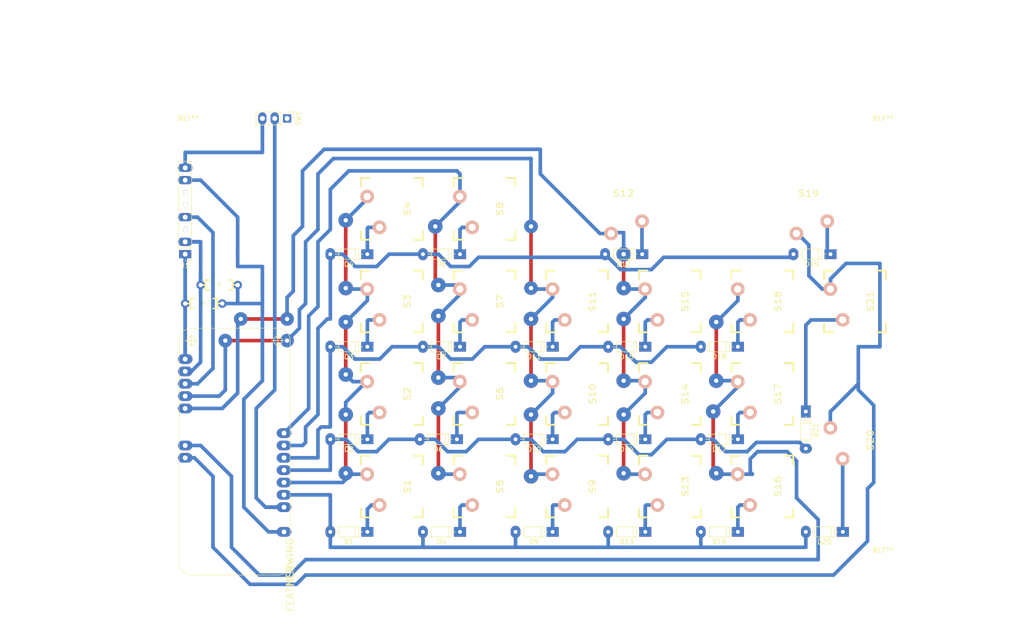
<source format=kicad_pcb>
(kicad_pcb (version 4) (host pcbnew 4.0.7)
  (title_block (title GH60) (rev B) (company "geekhack GH60 design team"))
  (layers (0 Front signal) (31 Back jumper) (44 Edge.Cuts user))
  (net 0 "")
  (net 1 GND)
  (net 2 /col1)
  (net 3 /col2)
  (net 4 /col3)
  (net 5 /col4)
  (net 6 /row1)
  (net 7 /row2)
  (net 8 /row3)
  (net 9 /row4)
  (net 10 /row5)
  (net 11 /row6)
  (net 12 /SDA)
  (net 13 /SCL)
  (net 14 VCC)
  (net 15 /~RES~)
  (net 16 "Net-(D1-Pad1)")
  (net 17 "Net-(D2-Pad1)")
  (net 18 "Net-(D3-Pad1)")
  (net 19 "Net-(D4-Pad1)")
  (net 20 "Net-(D5-Pad1)")
  (net 21 "Net-(D6-Pad1)")
  (net 22 "Net-(D7-Pad1)")
  (net 23 "Net-(D8-Pad1)")
  (net 24 "Net-(D9-Pad1)")
  (net 25 "Net-(D10-Pad1)")
  (net 26 "Net-(D11-Pad1)")
  (net 27 "Net-(D12-Pad1)")
  (net 28 "Net-(D13-Pad1)")
  (net 29 "Net-(D14-Pad1)")
  (net 30 "Net-(D15-Pad1)")
  (net 31 "Net-(D16-Pad1)")
  (net 32 "Net-(D17-Pad1)")
  (net 33 "Net-(D18-Pad1)")
  (net 34 "Net-(D19-Pad1)")
  (net 35 "Net-(D20-Pad1)")
  (net 36 "Net-(D21-Pad1)")
  (net 37 "Net-(J1-Pad8)")
  (module Mounting_Holes:MountingHole_2.2mm_M2 (layer Front) (at 115.291 102.993)
    (fp_text reference REF** (at 0 -3.2) (layer F.SilkS))
    (fp_text value MountingHole_2.2mm_M2)
    (pad 1 np_thru_hole circle (at 0 0) (size 2.2 2.2) (drill 2.2) (layers *.Cu *.Mask))
  )
  (module Mounting_Holes:MountingHole_2.2mm_M2 (layer Front) (at 258.166 102.993)
    (fp_text reference REF** (at 0 -3.2) (layer F.SilkS))
    (fp_text value MountingHole_2.2mm_M2)
    (pad 1 np_thru_hole circle (at 0 0) (size 2.2 2.2) (drill 2.2) (layers *.Cu *.Mask))
  )
  (module Mounting_Holes:MountingHole_2.2mm_M2 (layer Front) (at 258.166 191.893)
    (fp_text reference REF** (at 0 -3.2) (layer F.SilkS))
    (fp_text value MountingHole_2.2mm_M2)
    (pad 1 np_thru_hole circle (at 0 0) (size 2.2 2.2) (drill 2.2) (layers *.Cu *.Mask))
  )
  (module adafruit:FEATHERWING (layer Front) (at 136.246 193.798 90)
    (fp_text reference MS1 (at 0 0 90) (layer F.SilkS))
    (fp_text value FEATHERWING (at 0 0 90) (layer F.SilkS))
    (pad "" np_thru_hole circle (at 6.35 -1.27 90) (size 1 1) (drill 1) (layers *.Cu *.Mask))
    (pad 2 thru_hole oval (at 8.89 -1.27 90) (size 2 3) (drill 0.99822) (layers *.Cu *.Paste *.Mask) (net 14 VCC))
    (pad "" np_thru_hole circle (at 11.43 -1.27 90) (size 1 1) (drill 1) (layers *.Cu *.Mask))
    (pad 4 thru_hole oval (at 13.97 -1.27 90) (size 2 3) (drill 0.99822) (layers *.Cu *.Paste *.Mask) (net 1 GND))
    (pad 5 thru_hole oval (at 16.51 -1.27 90) (size 2 3) (drill 0.99822) (layers *.Cu *.Paste *.Mask) (net 2 /col1))
    (pad 6 thru_hole oval (at 19.05 -1.27 90) (size 2 3) (drill 0.99822) (layers *.Cu *.Paste *.Mask) (net 6 /row1))
    (pad 7 thru_hole oval (at 21.59 -1.27 90) (size 2 3) (drill 0.99822) (layers *.Cu *.Paste *.Mask) (net 3 /col2))
    (pad 8 thru_hole oval (at 24.13 -1.27 90) (size 2 3) (drill 0.99822) (layers *.Cu *.Paste *.Mask) (net 4 /col3))
    (pad 9 thru_hole oval (at 26.67 -1.27 90) (size 2 3) (drill 0.99822) (layers *.Cu *.Paste *.Mask) (net 5 /col4))
    (pad 10 thru_hole oval (at 29.21 -1.27 90) (size 2 3) (drill 0.99822) (layers *.Cu *.Paste *.Mask) (net 7 /row2))
    (pad "" np_thru_hole circle (at 31.75 -1.27 90) (size 1 1) (drill 1) (layers *.Cu *.Mask))
    (pad "" np_thru_hole circle (at 34.29 -1.27 90) (size 1 1) (drill 1) (layers *.Cu *.Mask))
    (pad "" np_thru_hole circle (at 36.83 -1.27 90) (size 1 1) (drill 1) (layers *.Cu *.Mask))
    (pad "" np_thru_hole circle (at 39.37 -1.27 90) (size 1 1) (drill 1) (layers *.Cu *.Mask))
    (pad "" np_thru_hole circle (at 41.91 -1.27 90) (size 1 1) (drill 1) (layers *.Cu *.Mask))
    (pad "" np_thru_hole circle (at 44.45 -1.27 90) (size 1 1) (drill 1) (layers *.Cu *.Mask))
    (pad 17 thru_hole oval (at 44.45 -21.59 90) (size 2 3) (drill 0.99822) (layers *.Cu *.Paste *.Mask) (net 12 /SDA))
    (pad 18 thru_hole oval (at 41.91 -21.59 90) (size 2 3) (drill 0.99822) (layers *.Cu *.Paste *.Mask) (net 13 /SCL))
    (pad 19 thru_hole oval (at 39.37 -21.59 90) (size 2 3) (drill 0.99822) (layers *.Cu *.Paste *.Mask) (net 15 /~RES~))
    (pad 20 thru_hole oval (at 36.83 -21.59 90) (size 2 3) (drill 0.99822) (layers *.Cu *.Paste *.Mask) (net 8 /row3))
    (pad 21 thru_hole oval (at 34.29 -21.59 90) (size 2 3) (drill 0.99822) (layers *.Cu *.Paste *.Mask) (net 9 /row4))
    (pad "" np_thru_hole circle (at 31.75 -21.59 90) (size 1 1) (drill 1) (layers *.Cu *.Mask))
    (pad "" np_thru_hole circle (at 29.21 -21.59 90) (size 1 1) (drill 1) (layers *.Cu *.Mask))
    (pad 24 thru_hole oval (at 26.67 -21.59 90) (size 2 3) (drill 0.99822) (layers *.Cu *.Paste *.Mask) (net 10 /row5))
    (pad 25 thru_hole oval (at 24.13 -21.59 90) (size 2 3) (drill 0.99822) (layers *.Cu *.Paste *.Mask) (net 11 /row6))
    (pad "" np_thru_hole circle (at 21.59 -21.59 90) (size 1 1) (drill 1) (layers *.Cu *.Mask))
    (pad "" np_thru_hole circle (at 19.05 -21.59 90) (size 1 1) (drill 1) (layers *.Cu *.Mask))
    (pad "" np_thru_hole circle (at 16.51 -21.59 90) (size 1 1) (drill 1) (layers *.Cu *.Mask))
    (pad "" np_thru_hole circle (at 2.54 -20.32 90) (size 2.7 2.7) (drill 2.7) (layers *.Cu *.Mask))
    (pad "" np_thru_hole circle (at 2.54 -2.54 90) (size 2.7 2.7) (drill 2.7) (layers *.Cu *.Mask))
  )
  (module Socket_Strips:Socket_Strip_Straight_1x08_Pitch2.54mm (layer Front) (at 114.656 127.758 180)
    (fp_text reference J1 (at 0 -2.33 180) (layer F.SilkS))
    (fp_text value OLED)
    (pad 1 thru_hole rect (at 0 0 180) (size 2.5 1.7) (drill 1) (layers *.Cu *.Mask) (net 12 /SDA))
    (pad 2 thru_hole oval (at 0 2.54 180) (size 3 1.7) (drill 1) (layers *.Cu *.Mask) (net 13 /SCL))
    (pad 3 thru_hole circle (at 0 5.08 180) (size 1 1) (drill oval 1) (layers *.Cu *.Mask))
    (pad 4 thru_hole oval (at 0 7.62 180) (size 3 1.7) (drill 1) (layers *.Cu *.Mask) (net 15 /~RES~))
    (pad 5 thru_hole oval (at 0 10.16 180) (size 1 1) (drill 1) (layers *.Cu *.Mask))
    (pad 6 thru_hole oval (at 0 12.7 180) (size 1 1) (drill 1) (layers *.Cu *.Mask))
    (pad 7 thru_hole oval (at 0 15.24 180) (size 3 1.7) (drill 1) (layers *.Cu *.Mask) (net 14 VCC))
    (pad 8 thru_hole oval (at 0 17.78 180) (size 3 1.7) (drill 1) (layers *.Cu *.Mask) (net 37 "Net-(J1-Pad8)"))
  )
  (module Diodes_THT:D_DO-35_SOD27_P7.62mm_Horizontal (layer Front) (at 152.121 184.908 180)
    (fp_text reference D1 (at 3.81 -2.06 180) (layer F.SilkS))
    (fp_text value 1N4148)
    (pad 1 thru_hole rect (at 0 0 180) (size 2.5 2) (drill 0.8) (layers *.Cu *.Mask) (net 16 "Net-(D1-Pad1)"))
    (pad 2 thru_hole oval (at 7.62 0 180) (size 2 2.5) (drill 0.8) (layers *.Cu *.Mask) (net 2 /col1))
  )
  (module Diodes_THT:D_DO-35_SOD27_P7.62mm_Horizontal (layer Front) (at 152.121 165.858 180)
    (fp_text reference D2 (at 3.81 -2.06 180) (layer F.SilkS))
    (fp_text value 1N4148)
    (pad 1 thru_hole rect (at 0 0 180) (size 2.5 2) (drill 0.8) (layers *.Cu *.Mask) (net 17 "Net-(D2-Pad1)"))
    (pad 2 thru_hole oval (at 7.62 0 180) (size 2 2.5) (drill 0.8) (layers *.Cu *.Mask) (net 3 /col2))
  )
  (module Diodes_THT:D_DO-35_SOD27_P7.62mm_Horizontal (layer Front) (at 152.121 146.808 180)
    (fp_text reference D3 (at 3.81 -2.06 180) (layer F.SilkS))
    (fp_text value 1N4148)
    (pad 1 thru_hole rect (at 0 0 180) (size 2.5 2) (drill 0.8) (layers *.Cu *.Mask) (net 18 "Net-(D3-Pad1)"))
    (pad 2 thru_hole oval (at 7.62 0 180) (size 2 2.5) (drill 0.8) (layers *.Cu *.Mask) (net 4 /col3))
  )
  (module Diodes_THT:D_DO-35_SOD27_P7.62mm_Horizontal (layer Front) (at 152.121 127.758 180)
    (fp_text reference D4 (at 3.81 -2.06 180) (layer F.SilkS))
    (fp_text value 1N4148)
    (pad 1 thru_hole rect (at 0 0 180) (size 2.5 2) (drill 0.8) (layers *.Cu *.Mask) (net 19 "Net-(D4-Pad1)"))
    (pad 2 thru_hole oval (at 7.62 0 180) (size 2 2.5) (drill 0.8) (layers *.Cu *.Mask) (net 5 /col4))
  )
  (module Diodes_THT:D_DO-35_SOD27_P7.62mm_Horizontal (layer Front) (at 171.171 184.908 180)
    (fp_text reference D5 (at 3.81 -2.06 180) (layer F.SilkS))
    (fp_text value 1N4148)
    (pad 1 thru_hole rect (at 0 0 180) (size 2.5 2) (drill 0.8) (layers *.Cu *.Mask) (net 20 "Net-(D5-Pad1)"))
    (pad 2 thru_hole oval (at 7.62 0 180) (size 2 2.5) (drill 0.8) (layers *.Cu *.Mask) (net 2 /col1))
  )
  (module Diodes_THT:D_DO-35_SOD27_P7.62mm_Horizontal (layer Front) (at 170.536 165.858 180)
    (fp_text reference D6 (at 3.81 -2.06 180) (layer F.SilkS))
    (fp_text value 1N4148)
    (pad 1 thru_hole rect (at 0 0 180) (size 2.5 2) (drill 0.8) (layers *.Cu *.Mask) (net 21 "Net-(D6-Pad1)"))
    (pad 2 thru_hole oval (at 7.62 0 180) (size 2 2.5) (drill 0.8) (layers *.Cu *.Mask) (net 3 /col2))
  )
  (module Diodes_THT:D_DO-35_SOD27_P7.62mm_Horizontal (layer Front) (at 171.171 146.808 180)
    (fp_text reference D7 (at 3.81 -2.06 180) (layer F.SilkS))
    (fp_text value 1N4148)
    (pad 1 thru_hole rect (at 0 0 180) (size 2.5 2) (drill 0.8) (layers *.Cu *.Mask) (net 22 "Net-(D7-Pad1)"))
    (pad 2 thru_hole oval (at 7.62 0 180) (size 2 2.5) (drill 0.8) (layers *.Cu *.Mask) (net 4 /col3))
  )
  (module Diodes_THT:D_DO-35_SOD27_P7.62mm_Horizontal (layer Front) (at 171.171 127.758 180)
    (fp_text reference D8 (at 3.81 -2.06 180) (layer F.SilkS))
    (fp_text value 1N4148)
    (pad 1 thru_hole rect (at 0 0 180) (size 2.5 2) (drill 0.8) (layers *.Cu *.Mask) (net 23 "Net-(D8-Pad1)"))
    (pad 2 thru_hole oval (at 7.62 0 180) (size 2 2.5) (drill 0.8) (layers *.Cu *.Mask) (net 5 /col4))
  )
  (module Diodes_THT:D_DO-35_SOD27_P7.62mm_Horizontal (layer Front) (at 190.221 184.908 180)
    (fp_text reference D9 (at 3.81 -2.06 180) (layer F.SilkS))
    (fp_text value 1N4148)
    (pad 1 thru_hole rect (at 0 0 180) (size 2.5 2) (drill 0.8) (layers *.Cu *.Mask) (net 24 "Net-(D9-Pad1)"))
    (pad 2 thru_hole oval (at 7.62 0 180) (size 2 2.5) (drill 0.8) (layers *.Cu *.Mask) (net 2 /col1))
  )
  (module Diodes_THT:D_DO-35_SOD27_P7.62mm_Horizontal (layer Front) (at 190.221 165.858 180)
    (fp_text reference D10 (at 3.81 -2.06 180) (layer F.SilkS))
    (fp_text value 1N4148)
    (pad 1 thru_hole rect (at 0 0 180) (size 2.5 2) (drill 0.8) (layers *.Cu *.Mask) (net 25 "Net-(D10-Pad1)"))
    (pad 2 thru_hole oval (at 7.62 0 180) (size 2 2.5) (drill 0.8) (layers *.Cu *.Mask) (net 3 /col2))
  )
  (module Diodes_THT:D_DO-35_SOD27_P7.62mm_Horizontal (layer Front) (at 190.221 146.808 180)
    (fp_text reference D11 (at 3.81 -2.06 180) (layer F.SilkS))
    (fp_text value 1N4148)
    (pad 1 thru_hole rect (at 0 0 180) (size 2.5 2) (drill 0.8) (layers *.Cu *.Mask) (net 26 "Net-(D11-Pad1)"))
    (pad 2 thru_hole oval (at 7.62 0 180) (size 2 2.5) (drill 0.8) (layers *.Cu *.Mask) (net 4 /col3))
  )
  (module Diodes_THT:D_DO-35_SOD27_P7.62mm_Horizontal (layer Front) (at 208.636 127.758 180)
    (fp_text reference D12 (at 3.81 -2.06 180) (layer F.SilkS))
    (fp_text value 1N4148)
    (pad 1 thru_hole rect (at 0 0 180) (size 2.5 2) (drill 0.8) (layers *.Cu *.Mask) (net 27 "Net-(D12-Pad1)"))
    (pad 2 thru_hole oval (at 7.62 0 180) (size 2 2.5) (drill 0.8) (layers *.Cu *.Mask) (net 5 /col4))
  )
  (module Diodes_THT:D_DO-35_SOD27_P7.62mm_Horizontal (layer Front) (at 209.271 184.908 180)
    (fp_text reference D13 (at 3.81 -2.06 180) (layer F.SilkS))
    (fp_text value 1N4148)
    (pad 1 thru_hole rect (at 0 0 180) (size 2.5 2) (drill 0.8) (layers *.Cu *.Mask) (net 28 "Net-(D13-Pad1)"))
    (pad 2 thru_hole oval (at 7.62 0 180) (size 2 2.5) (drill 0.8) (layers *.Cu *.Mask) (net 2 /col1))
  )
  (module Diodes_THT:D_DO-35_SOD27_P7.62mm_Horizontal (layer Front) (at 209.271 165.858 180)
    (fp_text reference D14 (at 3.81 -2.06 180) (layer F.SilkS))
    (fp_text value 1N4148)
    (pad 1 thru_hole rect (at 0 0 180) (size 2.5 2) (drill 0.8) (layers *.Cu *.Mask) (net 29 "Net-(D14-Pad1)"))
    (pad 2 thru_hole oval (at 7.62 0 180) (size 2 2.5) (drill 0.8) (layers *.Cu *.Mask) (net 3 /col2))
  )
  (module Diodes_THT:D_DO-35_SOD27_P7.62mm_Horizontal (layer Front) (at 209.271 146.808 180)
    (fp_text reference D15 (at 3.81 -2.06 180) (layer F.SilkS))
    (fp_text value 1N4148)
    (pad 1 thru_hole rect (at 0 0 180) (size 2.5 2) (drill 0.8) (layers *.Cu *.Mask) (net 30 "Net-(D15-Pad1)"))
    (pad 2 thru_hole oval (at 7.62 0 180) (size 2 2.5) (drill 0.8) (layers *.Cu *.Mask) (net 4 /col3))
  )
  (module Diodes_THT:D_DO-35_SOD27_P7.62mm_Horizontal (layer Front) (at 228.321 184.908 180)
    (fp_text reference D16 (at 3.81 -2.06 180) (layer F.SilkS))
    (fp_text value 1N4148)
    (pad 1 thru_hole rect (at 0 0 180) (size 2.5 2) (drill 0.8) (layers *.Cu *.Mask) (net 31 "Net-(D16-Pad1)"))
    (pad 2 thru_hole oval (at 7.62 0 180) (size 2 2.5) (drill 0.8) (layers *.Cu *.Mask) (net 2 /col1))
  )
  (module Diodes_THT:D_DO-35_SOD27_P7.62mm_Horizontal (layer Front) (at 228.321 165.858 180)
    (fp_text reference D17 (at 3.81 -2.06 180) (layer F.SilkS))
    (fp_text value 1N4148)
    (pad 1 thru_hole rect (at 0 0 180) (size 2.5 2) (drill 0.8) (layers *.Cu *.Mask) (net 32 "Net-(D17-Pad1)"))
    (pad 2 thru_hole oval (at 7.62 0 180) (size 2 2.5) (drill 0.8) (layers *.Cu *.Mask) (net 3 /col2))
  )
  (module Diodes_THT:D_DO-35_SOD27_P7.62mm_Horizontal (layer Front) (at 228.321 146.808 180)
    (fp_text reference D18 (at 3.81 -2.06 180) (layer F.SilkS))
    (fp_text value 1N4148)
    (pad 1 thru_hole rect (at 0 0 180) (size 2.5 2) (drill 0.8) (layers *.Cu *.Mask) (net 33 "Net-(D18-Pad1)"))
    (pad 2 thru_hole oval (at 7.62 0 180) (size 2 2.5) (drill 0.8) (layers *.Cu *.Mask) (net 4 /col3))
  )
  (module Diodes_THT:D_DO-35_SOD27_P7.62mm_Horizontal (layer Front) (at 247.371 127.758 180)
    (fp_text reference D19 (at 3.81 -2.06 180) (layer F.SilkS))
    (fp_text value 1N4148)
    (pad 1 thru_hole rect (at 0 0 180) (size 2.5 2) (drill 0.8) (layers *.Cu *.Mask) (net 34 "Net-(D19-Pad1)"))
    (pad 2 thru_hole oval (at 7.62 0 180) (size 2 2.5) (drill 0.8) (layers *.Cu *.Mask) (net 5 /col4))
  )
  (module Diodes_THT:D_DO-35_SOD27_P7.62mm_Horizontal (layer Front) (at 249.911 184.908 180)
    (fp_text reference D20 (at 3.81 -2.06 180) (layer F.SilkS))
    (fp_text value 1N4148)
    (pad 1 thru_hole rect (at 0 0 180) (size 2.5 2) (drill 0.8) (layers *.Cu *.Mask) (net 35 "Net-(D20-Pad1)"))
    (pad 2 thru_hole oval (at 7.62 0 180) (size 2 2.5) (drill 0.8) (layers *.Cu *.Mask) (net 2 /col1))
  )
  (module Diodes_THT:D_DO-35_SOD27_P7.62mm_Horizontal (layer Front) (at 242.291 160.143 270)
    (fp_text reference D21 (at 3.81 -2.06 270) (layer F.SilkS))
    (fp_text value 1N4148)
    (pad 1 thru_hole rect (at 0 0 270) (size 2.5 2) (drill 0.8) (layers *.Cu *.Mask) (net 36 "Net-(D21-Pad1)"))
    (pad 2 thru_hole oval (at 7.62 0 270) (size 2 2.5) (drill 0.8) (layers *.Cu *.Mask) (net 3 /col2))
  )
  (module CHERRY_PCB_100H:CHERRY_PCB_100H (layer Front) (at 157.1625 175.5775 90)
    (fp_text reference S1 (at 0 3.175 90) (layer F.SilkS) (effects (font (size 1.27 1.524) (thickness 0.2032))))
    (fp_text value MX1A hide)
    (pad 1 thru_hole circle (at 2.54 -5.08 90) (size 2.8 2.8) (drill 1.4986) (layers *.Cu *.SilkS *.Mask) (net 6 /row1))
    (pad 2 thru_hole circle (at -3.81 -2.54 90) (size 2.8 2.8) (drill 1.4986) (layers *.Cu *.SilkS *.Mask) (net 16 "Net-(D1-Pad1)"))
    (pad "" np_thru_hole circle (at 0 0 90) (size 3.9878 3.9878) (drill 3.9878) (layers *.Cu *.Mask))
    (pad "" np_thru_hole circle (at -5.08 0 90) (size 1.7018 1.7018) (drill 1.7018) (layers *.Cu *.Mask))
    (pad "" np_thru_hole circle (at 5.08 0 90) (size 1.7018 1.7018) (drill 1.7018) (layers *.Cu *.Mask))
  )
  (module CHERRY_PCB_100H:CHERRY_PCB_100H (layer Front) (at 157.1625 156.5275 90)
    (fp_text reference S2 (at 0 3.175 90) (layer F.SilkS) (effects (font (size 1.27 1.524) (thickness 0.2032))))
    (fp_text value MX1A hide)
    (pad 1 thru_hole circle (at 2.54 -5.08 90) (size 2.8 2.8) (drill 1.4986) (layers *.Cu *.SilkS *.Mask) (net 6 /row1))
    (pad 2 thru_hole circle (at -3.81 -2.54 90) (size 2.8 2.8) (drill 1.4986) (layers *.Cu *.SilkS *.Mask) (net 17 "Net-(D2-Pad1)"))
    (pad "" np_thru_hole circle (at 0 0 90) (size 3.9878 3.9878) (drill 3.9878) (layers *.Cu *.Mask))
    (pad "" np_thru_hole circle (at -5.08 0 90) (size 1.7018 1.7018) (drill 1.7018) (layers *.Cu *.Mask))
    (pad "" np_thru_hole circle (at 5.08 0 90) (size 1.7018 1.7018) (drill 1.7018) (layers *.Cu *.Mask))
  )
  (module CHERRY_PCB_100H:CHERRY_PCB_100H (layer Front) (at 157.1625 137.4775 90)
    (fp_text reference S3 (at 0 3.175 90) (layer F.SilkS) (effects (font (size 1.27 1.524) (thickness 0.2032))))
    (fp_text value MX1A hide)
    (pad 1 thru_hole circle (at 2.54 -5.08 90) (size 2.8 2.8) (drill 1.4986) (layers *.Cu *.SilkS *.Mask) (net 6 /row1))
    (pad 2 thru_hole circle (at -3.81 -2.54 90) (size 2.8 2.8) (drill 1.4986) (layers *.Cu *.SilkS *.Mask) (net 18 "Net-(D3-Pad1)"))
    (pad "" np_thru_hole circle (at 0 0 90) (size 3.9878 3.9878) (drill 3.9878) (layers *.Cu *.Mask))
    (pad "" np_thru_hole circle (at -5.08 0 90) (size 1.7018 1.7018) (drill 1.7018) (layers *.Cu *.Mask))
    (pad "" np_thru_hole circle (at 5.08 0 90) (size 1.7018 1.7018) (drill 1.7018) (layers *.Cu *.Mask))
  )
  (module CHERRY_PCB_100H:CHERRY_PCB_100H (layer Front) (at 157.1625 118.4275 90)
    (fp_text reference S4 (at 0 3.175 90) (layer F.SilkS) (effects (font (size 1.27 1.524) (thickness 0.2032))))
    (fp_text value MX1A hide)
    (pad 1 thru_hole circle (at 2.54 -5.08 90) (size 2.8 2.8) (drill 1.4986) (layers *.Cu *.SilkS *.Mask) (net 6 /row1))
    (pad 2 thru_hole circle (at -3.81 -2.54 90) (size 2.8 2.8) (drill 1.4986) (layers *.Cu *.SilkS *.Mask) (net 19 "Net-(D4-Pad1)"))
    (pad "" np_thru_hole circle (at 0 0 90) (size 3.9878 3.9878) (drill 3.9878) (layers *.Cu *.Mask))
    (pad "" np_thru_hole circle (at -5.08 0 90) (size 1.7018 1.7018) (drill 1.7018) (layers *.Cu *.Mask))
    (pad "" np_thru_hole circle (at 5.08 0 90) (size 1.7018 1.7018) (drill 1.7018) (layers *.Cu *.Mask))
  )
  (module CHERRY_PCB_100H:CHERRY_PCB_100H (layer Front) (at 176.2125 175.5775 90)
    (fp_text reference S5 (at 0 3.175 90) (layer F.SilkS) (effects (font (size 1.27 1.524) (thickness 0.2032))))
    (fp_text value MX1A hide)
    (pad 1 thru_hole circle (at 2.54 -5.08 90) (size 2.8 2.8) (drill 1.4986) (layers *.Cu *.SilkS *.Mask) (net 7 /row2))
    (pad 2 thru_hole circle (at -3.81 -2.54 90) (size 2.8 2.8) (drill 1.4986) (layers *.Cu *.SilkS *.Mask) (net 20 "Net-(D5-Pad1)"))
    (pad "" np_thru_hole circle (at 0 0 90) (size 3.9878 3.9878) (drill 3.9878) (layers *.Cu *.Mask))
    (pad "" np_thru_hole circle (at -5.08 0 90) (size 1.7018 1.7018) (drill 1.7018) (layers *.Cu *.Mask))
    (pad "" np_thru_hole circle (at 5.08 0 90) (size 1.7018 1.7018) (drill 1.7018) (layers *.Cu *.Mask))
  )
  (module CHERRY_PCB_100H:CHERRY_PCB_100H (layer Front) (at 176.2125 156.5275 90)
    (fp_text reference S6 (at 0 3.175 90) (layer F.SilkS) (effects (font (size 1.27 1.524) (thickness 0.2032))))
    (fp_text value MX1A hide)
    (pad 1 thru_hole circle (at 2.54 -5.08 90) (size 2.8 2.8) (drill 1.4986) (layers *.Cu *.SilkS *.Mask) (net 7 /row2))
    (pad 2 thru_hole circle (at -3.81 -2.54 90) (size 2.8 2.8) (drill 1.4986) (layers *.Cu *.SilkS *.Mask) (net 21 "Net-(D6-Pad1)"))
    (pad "" np_thru_hole circle (at 0 0 90) (size 3.9878 3.9878) (drill 3.9878) (layers *.Cu *.Mask))
    (pad "" np_thru_hole circle (at -5.08 0 90) (size 1.7018 1.7018) (drill 1.7018) (layers *.Cu *.Mask))
    (pad "" np_thru_hole circle (at 5.08 0 90) (size 1.7018 1.7018) (drill 1.7018) (layers *.Cu *.Mask))
  )
  (module CHERRY_PCB_100H:CHERRY_PCB_100H (layer Front) (at 176.2125 137.4775 90)
    (fp_text reference S7 (at 0 3.175 90) (layer F.SilkS) (effects (font (size 1.27 1.524) (thickness 0.2032))))
    (fp_text value MX1A hide)
    (pad 1 thru_hole circle (at 2.54 -5.08 90) (size 2.8 2.8) (drill 1.4986) (layers *.Cu *.SilkS *.Mask) (net 7 /row2))
    (pad 2 thru_hole circle (at -3.81 -2.54 90) (size 2.8 2.8) (drill 1.4986) (layers *.Cu *.SilkS *.Mask) (net 22 "Net-(D7-Pad1)"))
    (pad "" np_thru_hole circle (at 0 0 90) (size 3.9878 3.9878) (drill 3.9878) (layers *.Cu *.Mask))
    (pad "" np_thru_hole circle (at -5.08 0 90) (size 1.7018 1.7018) (drill 1.7018) (layers *.Cu *.Mask))
    (pad "" np_thru_hole circle (at 5.08 0 90) (size 1.7018 1.7018) (drill 1.7018) (layers *.Cu *.Mask))
  )
  (module CHERRY_PCB_100H:CHERRY_PCB_100H (layer Front) (at 176.2125 118.4275 90)
    (fp_text reference S8 (at 0 3.175 90) (layer F.SilkS) (effects (font (size 1.27 1.524) (thickness 0.2032))))
    (fp_text value MX1A hide)
    (pad 1 thru_hole circle (at 2.54 -5.08 90) (size 2.8 2.8) (drill 1.4986) (layers *.Cu *.SilkS *.Mask) (net 7 /row2))
    (pad 2 thru_hole circle (at -3.81 -2.54 90) (size 2.8 2.8) (drill 1.4986) (layers *.Cu *.SilkS *.Mask) (net 23 "Net-(D8-Pad1)"))
    (pad "" np_thru_hole circle (at 0 0 90) (size 3.9878 3.9878) (drill 3.9878) (layers *.Cu *.Mask))
    (pad "" np_thru_hole circle (at -5.08 0 90) (size 1.7018 1.7018) (drill 1.7018) (layers *.Cu *.Mask))
    (pad "" np_thru_hole circle (at 5.08 0 90) (size 1.7018 1.7018) (drill 1.7018) (layers *.Cu *.Mask))
  )
  (module CHERRY_PCB_100H:CHERRY_PCB_100H (layer Front) (at 195.2625 175.5775 90)
    (fp_text reference S9 (at 0 3.175 90) (layer F.SilkS) (effects (font (size 1.27 1.524) (thickness 0.2032))))
    (fp_text value MX1A hide)
    (pad 1 thru_hole circle (at 2.54 -5.08 90) (size 2.8 2.8) (drill 1.4986) (layers *.Cu *.SilkS *.Mask) (net 8 /row3))
    (pad 2 thru_hole circle (at -3.81 -2.54 90) (size 2.8 2.8) (drill 1.4986) (layers *.Cu *.SilkS *.Mask) (net 24 "Net-(D9-Pad1)"))
    (pad "" np_thru_hole circle (at 0 0 90) (size 3.9878 3.9878) (drill 3.9878) (layers *.Cu *.Mask))
    (pad "" np_thru_hole circle (at -5.08 0 90) (size 1.7018 1.7018) (drill 1.7018) (layers *.Cu *.Mask))
    (pad "" np_thru_hole circle (at 5.08 0 90) (size 1.7018 1.7018) (drill 1.7018) (layers *.Cu *.Mask))
  )
  (module CHERRY_PCB_100H:CHERRY_PCB_100H (layer Front) (at 195.2625 156.5275 90)
    (fp_text reference S10 (at 0 3.175 90) (layer F.SilkS) (effects (font (size 1.27 1.524) (thickness 0.2032))))
    (fp_text value MX1A hide)
    (pad 1 thru_hole circle (at 2.54 -5.08 90) (size 2.8 2.8) (drill 1.4986) (layers *.Cu *.SilkS *.Mask) (net 8 /row3))
    (pad 2 thru_hole circle (at -3.81 -2.54 90) (size 2.8 2.8) (drill 1.4986) (layers *.Cu *.SilkS *.Mask) (net 25 "Net-(D10-Pad1)"))
    (pad "" np_thru_hole circle (at 0 0 90) (size 3.9878 3.9878) (drill 3.9878) (layers *.Cu *.Mask))
    (pad "" np_thru_hole circle (at -5.08 0 90) (size 1.7018 1.7018) (drill 1.7018) (layers *.Cu *.Mask))
    (pad "" np_thru_hole circle (at 5.08 0 90) (size 1.7018 1.7018) (drill 1.7018) (layers *.Cu *.Mask))
  )
  (module CHERRY_PCB_100H:CHERRY_PCB_100H (layer Front) (at 195.2625 137.4775 90)
    (fp_text reference S11 (at 0 3.175 90) (layer F.SilkS) (effects (font (size 1.27 1.524) (thickness 0.2032))))
    (fp_text value MX1A hide)
    (pad 1 thru_hole circle (at 2.54 -5.08 90) (size 2.8 2.8) (drill 1.4986) (layers *.Cu *.SilkS *.Mask) (net 8 /row3))
    (pad 2 thru_hole circle (at -3.81 -2.54 90) (size 2.8 2.8) (drill 1.4986) (layers *.Cu *.SilkS *.Mask) (net 26 "Net-(D11-Pad1)"))
    (pad "" np_thru_hole circle (at 0 0 90) (size 3.9878 3.9878) (drill 3.9878) (layers *.Cu *.Mask))
    (pad "" np_thru_hole circle (at -5.08 0 90) (size 1.7018 1.7018) (drill 1.7018) (layers *.Cu *.Mask))
    (pad "" np_thru_hole circle (at 5.08 0 90) (size 1.7018 1.7018) (drill 1.7018) (layers *.Cu *.Mask))
  )
  (module CHERRY_PCB_200H:CHERRY_PCB_200H (layer Front) (at 204.7875 118.4275 180)
    (fp_text reference S12 (at 0 3.175 180) (layer F.SilkS) (effects (font (size 1.27 1.524) (thickness 0.2032))))
    (fp_text value MX1A hide)
    (pad 1 thru_hole circle (at 2.54 -5.08 180) (size 2.8 2.8) (drill 1.4986) (layers *.Cu *.SilkS *.Mask) (net 9 /row4))
    (pad 2 thru_hole circle (at -3.81 -2.54 180) (size 2.8 2.8) (drill 1.4986) (layers *.Cu *.SilkS *.Mask) (net 27 "Net-(D12-Pad1)"))
    (pad HOLE np_thru_hole circle (at 0 0 180) (size 3.9878 3.9878) (drill 3.9878) (layers *.Cu))
    (pad HOLE np_thru_hole circle (at -5.08 0 180) (size 1.7018 1.7018) (drill 1.7018) (layers *.Cu))
    (pad HOLE np_thru_hole circle (at 5.08 0 180) (size 1.7018 1.7018) (drill 1.7018) (layers *.Cu))
    (pad HOLE np_thru_hole circle (at -11.938 -6.985 180) (size 3.048 3.048) (drill 3.048) (layers *.Cu))
    (pad HOLE np_thru_hole circle (at 11.938 -6.985 180) (size 3.048 3.048) (drill 3.048) (layers *.Cu))
    (pad HOLE np_thru_hole circle (at -11.938 8.255 180) (size 3.9878 3.9878) (drill 3.9878) (layers *.Cu))
    (pad HOLE np_thru_hole circle (at 11.938 8.255 180) (size 3.9878 3.9878) (drill 3.9878) (layers *.Cu))
  )
  (module CHERRY_PCB_100H:CHERRY_PCB_100H (layer Front) (at 214.3125 175.5775 90)
    (fp_text reference S13 (at 0 3.175 90) (layer F.SilkS) (effects (font (size 1.27 1.524) (thickness 0.2032))))
    (fp_text value MX1A hide)
    (pad 1 thru_hole circle (at 2.54 -5.08 90) (size 2.8 2.8) (drill 1.4986) (layers *.Cu *.SilkS *.Mask) (net 9 /row4))
    (pad 2 thru_hole circle (at -3.81 -2.54 90) (size 2.8 2.8) (drill 1.4986) (layers *.Cu *.SilkS *.Mask) (net 28 "Net-(D13-Pad1)"))
    (pad "" np_thru_hole circle (at 0 0 90) (size 3.9878 3.9878) (drill 3.9878) (layers *.Cu *.Mask))
    (pad "" np_thru_hole circle (at -5.08 0 90) (size 1.7018 1.7018) (drill 1.7018) (layers *.Cu *.Mask))
    (pad "" np_thru_hole circle (at 5.08 0 90) (size 1.7018 1.7018) (drill 1.7018) (layers *.Cu *.Mask))
  )
  (module CHERRY_PCB_100H:CHERRY_PCB_100H (layer Front) (at 214.3125 156.5275 90)
    (fp_text reference S14 (at 0 3.175 90) (layer F.SilkS) (effects (font (size 1.27 1.524) (thickness 0.2032))))
    (fp_text value MX1A hide)
    (pad 1 thru_hole circle (at 2.54 -5.08 90) (size 2.8 2.8) (drill 1.4986) (layers *.Cu *.SilkS *.Mask) (net 9 /row4))
    (pad 2 thru_hole circle (at -3.81 -2.54 90) (size 2.8 2.8) (drill 1.4986) (layers *.Cu *.SilkS *.Mask) (net 29 "Net-(D14-Pad1)"))
    (pad "" np_thru_hole circle (at 0 0 90) (size 3.9878 3.9878) (drill 3.9878) (layers *.Cu *.Mask))
    (pad "" np_thru_hole circle (at -5.08 0 90) (size 1.7018 1.7018) (drill 1.7018) (layers *.Cu *.Mask))
    (pad "" np_thru_hole circle (at 5.08 0 90) (size 1.7018 1.7018) (drill 1.7018) (layers *.Cu *.Mask))
  )
  (module CHERRY_PCB_100H:CHERRY_PCB_100H (layer Front) (at 214.3125 137.4775 90)
    (fp_text reference S15 (at 0 3.175 90) (layer F.SilkS) (effects (font (size 1.27 1.524) (thickness 0.2032))))
    (fp_text value MX1A hide)
    (pad 1 thru_hole circle (at 2.54 -5.08 90) (size 2.8 2.8) (drill 1.4986) (layers *.Cu *.SilkS *.Mask) (net 9 /row4))
    (pad 2 thru_hole circle (at -3.81 -2.54 90) (size 2.8 2.8) (drill 1.4986) (layers *.Cu *.SilkS *.Mask) (net 30 "Net-(D15-Pad1)"))
    (pad "" np_thru_hole circle (at 0 0 90) (size 3.9878 3.9878) (drill 3.9878) (layers *.Cu *.Mask))
    (pad "" np_thru_hole circle (at -5.08 0 90) (size 1.7018 1.7018) (drill 1.7018) (layers *.Cu *.Mask))
    (pad "" np_thru_hole circle (at 5.08 0 90) (size 1.7018 1.7018) (drill 1.7018) (layers *.Cu *.Mask))
  )
  (module CHERRY_PCB_100H:CHERRY_PCB_100H (layer Front) (at 233.3625 175.5775 90)
    (fp_text reference S16 (at 0 3.175 90) (layer F.SilkS) (effects (font (size 1.27 1.524) (thickness 0.2032))))
    (fp_text value MX1A hide)
    (pad 1 thru_hole circle (at 2.54 -5.08 90) (size 2.8 2.8) (drill 1.4986) (layers *.Cu *.SilkS *.Mask) (net 10 /row5))
    (pad 2 thru_hole circle (at -3.81 -2.54 90) (size 2.8 2.8) (drill 1.4986) (layers *.Cu *.SilkS *.Mask) (net 31 "Net-(D16-Pad1)"))
    (pad "" np_thru_hole circle (at 0 0 90) (size 3.9878 3.9878) (drill 3.9878) (layers *.Cu *.Mask))
    (pad "" np_thru_hole circle (at -5.08 0 90) (size 1.7018 1.7018) (drill 1.7018) (layers *.Cu *.Mask))
    (pad "" np_thru_hole circle (at 5.08 0 90) (size 1.7018 1.7018) (drill 1.7018) (layers *.Cu *.Mask))
  )
  (module CHERRY_PCB_100H:CHERRY_PCB_100H (layer Front) (at 233.3625 156.5275 90)
    (fp_text reference S17 (at 0 3.175 90) (layer F.SilkS) (effects (font (size 1.27 1.524) (thickness 0.2032))))
    (fp_text value MX1A hide)
    (pad 1 thru_hole circle (at 2.54 -5.08 90) (size 2.8 2.8) (drill 1.4986) (layers *.Cu *.SilkS *.Mask) (net 10 /row5))
    (pad 2 thru_hole circle (at -3.81 -2.54 90) (size 2.8 2.8) (drill 1.4986) (layers *.Cu *.SilkS *.Mask) (net 32 "Net-(D17-Pad1)"))
    (pad "" np_thru_hole circle (at 0 0 90) (size 3.9878 3.9878) (drill 3.9878) (layers *.Cu *.Mask))
    (pad "" np_thru_hole circle (at -5.08 0 90) (size 1.7018 1.7018) (drill 1.7018) (layers *.Cu *.Mask))
    (pad "" np_thru_hole circle (at 5.08 0 90) (size 1.7018 1.7018) (drill 1.7018) (layers *.Cu *.Mask))
  )
  (module CHERRY_PCB_100H:CHERRY_PCB_100H (layer Front) (at 233.3625 137.4775 90)
    (fp_text reference S18 (at 0 3.175 90) (layer F.SilkS) (effects (font (size 1.27 1.524) (thickness 0.2032))))
    (fp_text value MX1A hide)
    (pad 1 thru_hole circle (at 2.54 -5.08 90) (size 2.8 2.8) (drill 1.4986) (layers *.Cu *.SilkS *.Mask) (net 10 /row5))
    (pad 2 thru_hole circle (at -3.81 -2.54 90) (size 2.8 2.8) (drill 1.4986) (layers *.Cu *.SilkS *.Mask) (net 33 "Net-(D18-Pad1)"))
    (pad "" np_thru_hole circle (at 0 0 90) (size 3.9878 3.9878) (drill 3.9878) (layers *.Cu *.Mask))
    (pad "" np_thru_hole circle (at -5.08 0 90) (size 1.7018 1.7018) (drill 1.7018) (layers *.Cu *.Mask))
    (pad "" np_thru_hole circle (at 5.08 0 90) (size 1.7018 1.7018) (drill 1.7018) (layers *.Cu *.Mask))
  )
  (module CHERRY_PCB_200H:CHERRY_PCB_200H (layer Front) (at 242.8875 118.4275 180)
    (fp_text reference S19 (at 0 3.175 180) (layer F.SilkS) (effects (font (size 1.27 1.524) (thickness 0.2032))))
    (fp_text value MX1A hide)
    (pad 1 thru_hole circle (at 2.54 -5.08 180) (size 2.8 2.8) (drill 1.4986) (layers *.Cu *.SilkS *.Mask) (net 11 /row6))
    (pad 2 thru_hole circle (at -3.81 -2.54 180) (size 2.8 2.8) (drill 1.4986) (layers *.Cu *.SilkS *.Mask) (net 34 "Net-(D19-Pad1)"))
    (pad HOLE np_thru_hole circle (at 0 0 180) (size 3.9878 3.9878) (drill 3.9878) (layers *.Cu))
    (pad HOLE np_thru_hole circle (at -5.08 0 180) (size 1.7018 1.7018) (drill 1.7018) (layers *.Cu))
    (pad HOLE np_thru_hole circle (at 5.08 0 180) (size 1.7018 1.7018) (drill 1.7018) (layers *.Cu))
    (pad HOLE np_thru_hole circle (at -11.938 -6.985 180) (size 3.048 3.048) (drill 3.048) (layers *.Cu))
    (pad HOLE np_thru_hole circle (at 11.938 -6.985 180) (size 3.048 3.048) (drill 3.048) (layers *.Cu))
    (pad HOLE np_thru_hole circle (at -11.938 8.255 180) (size 3.9878 3.9878) (drill 3.9878) (layers *.Cu))
    (pad HOLE np_thru_hole circle (at 11.938 8.255 180) (size 3.9878 3.9878) (drill 3.9878) (layers *.Cu))
  )
  (module CHERRY_PCB_200H:CHERRY_PCB_200H (layer Front) (at 252.4125 166.0525 90)
    (fp_text reference S20 (at 0 3.175 90) (layer F.SilkS) (effects (font (size 1.27 1.524) (thickness 0.2032))))
    (fp_text value MX1A hide)
    (pad 1 thru_hole circle (at 2.54 -5.08 90) (size 2.8 2.8) (drill 1.4986) (layers *.Cu *.SilkS *.Mask) (net 11 /row6))
    (pad 2 thru_hole circle (at -3.81 -2.54 90) (size 2.8 2.8) (drill 1.4986) (layers *.Cu *.SilkS *.Mask) (net 35 "Net-(D20-Pad1)"))
    (pad HOLE np_thru_hole circle (at 0 0 90) (size 3.9878 3.9878) (drill 3.9878) (layers *.Cu))
    (pad HOLE np_thru_hole circle (at -5.08 0 90) (size 1.7018 1.7018) (drill 1.7018) (layers *.Cu))
    (pad HOLE np_thru_hole circle (at 5.08 0 90) (size 1.7018 1.7018) (drill 1.7018) (layers *.Cu))
    (pad HOLE np_thru_hole circle (at -11.938 -6.985 90) (size 3.048 3.048) (drill 3.048) (layers *.Cu))
    (pad HOLE np_thru_hole circle (at 11.938 -6.985 90) (size 3.048 3.048) (drill 3.048) (layers *.Cu))
    (pad HOLE np_thru_hole circle (at -11.938 8.255 90) (size 3.9878 3.9878) (drill 3.9878) (layers *.Cu))
    (pad HOLE np_thru_hole circle (at 11.938 8.255 90) (size 3.9878 3.9878) (drill 3.9878) (layers *.Cu))
  )
  (module CHERRY_PCB_100H:CHERRY_PCB_100H (layer Front) (at 252.4125 137.4775 90)
    (fp_text reference S21 (at 0 3.175 90) (layer F.SilkS) (effects (font (size 1.27 1.524) (thickness 0.2032))))
    (fp_text value MX1A hide)
    (pad 1 thru_hole circle (at 2.54 -5.08 90) (size 2.8 2.8) (drill 1.4986) (layers *.Cu *.SilkS *.Mask) (net 11 /row6))
    (pad 2 thru_hole circle (at -3.81 -2.54 90) (size 2.8 2.8) (drill 1.4986) (layers *.Cu *.SilkS *.Mask) (net 36 "Net-(D21-Pad1)"))
    (pad "" np_thru_hole circle (at 0 0 90) (size 3.9878 3.9878) (drill 3.9878) (layers *.Cu *.Mask))
    (pad "" np_thru_hole circle (at -5.08 0 90) (size 1.7018 1.7018) (drill 1.7018) (layers *.Cu *.Mask))
    (pad "" np_thru_hole circle (at 5.08 0 90) (size 1.7018 1.7018) (drill 1.7018) (layers *.Cu *.Mask))
  )
  (module Basic_Comps:Resistor_THT (layer Front) (at 118.466 137.918)
    (fp_text reference R1 hide)
    (fp_text value R (at 0 0) (layer F.SilkS) (effects (font (size 0.7 0.7) (thickness 0.1))))
    (pad 1 thru_hole circle (at -3.81 0) (size 1.75 1.75) (drill 0.9) (layers *.Cu *.Mask) (net 12 /SDA))
    (pad 2 thru_hole circle (at 3.81 0) (size 1.75 1.75) (drill 0.9) (layers *.Cu *.Mask) (net 14 VCC))
  )
  (module Basic_Comps:Resistor_THT (layer Front) (at 121.641 134.108 180)
    (fp_text reference R2 hide)
    (fp_text value R (at 0 0 180) (layer F.SilkS) (effects (font (size 0.7 0.7) (thickness 0.1))))
    (pad 1 thru_hole circle (at -3.81 0 180) (size 1.75 1.75) (drill 0.9) (layers *.Cu *.Mask) (net 14 VCC))
    (pad 2 thru_hole circle (at 3.81 0 180) (size 1.75 1.75) (drill 0.9) (layers *.Cu *.Mask) (net 13 /SCL))
  )
  (module Socket_Strips:Socket_Strip_Straight_1x03_Pitch2.54mm (layer Front) (at 135.611 99.818 270)
    (fp_text reference SW1 (at 0 -2.33 270) (layer F.SilkS))
    (fp_text value SW_DPDT_x2)
    (pad 1 thru_hole rect (at 0 0 270) (size 1.7 1.7) (drill 1) (layers *.Cu *.Mask))
    (pad 2 thru_hole oval (at 0 2.54 270) (size 2.5 1.7) (drill 1) (layers *.Cu *.Mask) (net 1 GND))
    (pad 3 thru_hole oval (at 0 5.08 270) (size 2.5 1.7) (drill 1) (layers *.Cu *.Mask) (net 37 "Net-(J1-Pad8)"))
  )
  (segment (start 133.071 99.818) (end 133.071 103.628) (width 0.75) (layer Back) (net 1))
  (segment (start 129.896 178.558) (end 131.166 179.828) (width 0.75) (layer Back) (net 1))
  (segment (start 131.166 179.828) (end 134.341 179.828) (width 0.75) (layer Back) (net 1))
  (segment (start 134.341 179.828) (end 134.976 179.828) (width 0.75) (layer Back) (net 1))
  (segment (start 129.261 159.508) (end 133.071 155.698) (width 0.75) (layer Back) (net 1))
  (segment (start 129.261 177.923) (end 129.261 159.508) (width 0.75) (layer Back) (net 1))
  (segment (start 129.896 178.558) (end 129.261 177.923) (width 0.75) (layer Back) (net 1))
  (segment (start 133.071 102.993) (end 133.071 103.628) (width 0.75) (layer Back) (net 1))
  (segment (start 133.071 103.628) (end 133.071 121.408) (width 0.75) (layer Back) (net 1))
  (segment (start 134.976 179.828) (end 131.166 179.828) (width 0.75) (layer Back) (net 1))
  (segment (start 133.071 155.698) (end 133.071 121.408) (width 0.75) (layer Back) (net 1))
  (segment (start 144.501 184.908) (end 144.501 177.288) (width 0.75) (layer Back) (net 2))
  (segment (start 144.501 177.288) (end 134.976 177.288) (width 0.75) (layer Back) (net 2))
  (segment (start 220.701 184.908) (end 220.701 188.083) (width 0.75) (layer Back) (net 2))
  (segment (start 201.651 184.908) (end 201.651 188.083) (width 0.75) (layer Back) (net 2))
  (segment (start 182.601 184.908) (end 182.601 188.083) (width 0.75) (layer Back) (net 2))
  (segment (start 163.551 184.908) (end 163.551 188.083) (width 0.75) (layer Back) (net 2))
  (segment (start 242.291 184.908) (end 242.291 188.083) (width 0.75) (layer Back) (net 2))
  (segment (start 144.501 188.083) (end 144.501 184.908) (width 0.75) (layer Back) (net 2))
  (segment (start 242.291 188.083) (end 220.701 188.083) (width 0.75) (layer Back) (net 2))
  (segment (start 220.701 188.083) (end 201.651 188.083) (width 0.75) (layer Back) (net 2))
  (segment (start 201.651 188.083) (end 182.601 188.083) (width 0.75) (layer Back) (net 2))
  (segment (start 182.601 188.083) (end 163.551 188.083) (width 0.75) (layer Back) (net 2))
  (segment (start 163.551 188.083) (end 144.501 188.083) (width 0.75) (layer Back) (net 2))
  (segment (start 144.501 165.858) (end 144.501 172.208) (width 0.75) (layer Back) (net 3))
  (segment (start 144.501 172.208) (end 134.976 172.208) (width 0.75) (layer Back) (net 3))
  (segment (start 220.701 165.858) (end 223.241 165.858) (width 0.75) (layer Back) (net 3))
  (segment (start 241.021 166.493) (end 242.291 167.763) (width 0.75) (layer Back) (net 3))
  (segment (start 232.131 166.493) (end 241.021 166.493) (width 0.75) (layer Back) (net 3))
  (segment (start 230.226 168.398) (end 232.131 166.493) (width 0.75) (layer Back) (net 3))
  (segment (start 225.781 168.398) (end 230.226 168.398) (width 0.75) (layer Back) (net 3))
  (segment (start 223.241 165.858) (end 225.781 168.398) (width 0.75) (layer Back) (net 3))
  (segment (start 201.651 165.858) (end 204.826 165.858) (width 0.75) (layer Back) (net 3))
  (segment (start 213.716 165.858) (end 220.701 165.858) (width 0.75) (layer Back) (net 3))
  (segment (start 210.541 169.033) (end 213.716 165.858) (width 0.75) (layer Back) (net 3))
  (segment (start 208.001 169.033) (end 210.541 169.033) (width 0.75) (layer Back) (net 3))
  (segment (start 204.826 165.858) (end 208.001 169.033) (width 0.75) (layer Back) (net 3))
  (segment (start 182.601 165.858) (end 185.776 165.858) (width 0.75) (layer Back) (net 3))
  (segment (start 195.301 165.858) (end 201.651 165.858) (width 0.75) (layer Back) (net 3))
  (segment (start 192.761 168.398) (end 195.301 165.858) (width 0.75) (layer Back) (net 3))
  (segment (start 188.316 168.398) (end 192.761 168.398) (width 0.75) (layer Back) (net 3))
  (segment (start 185.776 165.858) (end 188.316 168.398) (width 0.75) (layer Back) (net 3))
  (segment (start 162.916 165.858) (end 166.091 165.858) (width 0.75) (layer Back) (net 3))
  (segment (start 174.981 165.858) (end 182.601 165.858) (width 0.75) (layer Back) (net 3))
  (segment (start 172.441 168.398) (end 174.981 165.858) (width 0.75) (layer Back) (net 3))
  (segment (start 168.631 168.398) (end 172.441 168.398) (width 0.75) (layer Back) (net 3))
  (segment (start 166.091 165.858) (end 168.631 168.398) (width 0.75) (layer Back) (net 3))
  (segment (start 144.501 165.858) (end 147.676 165.858) (width 0.75) (layer Back) (net 3))
  (segment (start 156.566 165.858) (end 162.916 165.858) (width 0.75) (layer Back) (net 3))
  (segment (start 154.026 168.398) (end 156.566 165.858) (width 0.75) (layer Back) (net 3))
  (segment (start 150.216 168.398) (end 154.026 168.398) (width 0.75) (layer Back) (net 3))
  (segment (start 147.676 165.858) (end 150.216 168.398) (width 0.75) (layer Back) (net 3))
  (segment (start 141.961 163.953) (end 141.961 169.668) (width 0.75) (layer Back) (net 4))
  (segment (start 144.501 163.318) (end 142.596 163.318) (width 0.75) (layer Back) (net 4))
  (segment (start 142.596 163.318) (end 141.961 163.953) (width 0.75) (layer Back) (net 4))
  (segment (start 144.501 146.808) (end 144.501 163.318) (width 0.75) (layer Back) (net 4))
  (segment (start 141.961 169.668) (end 135.611 169.668) (width 0.75) (layer Back) (net 4))
  (segment (start 135.611 169.668) (end 134.976 169.668) (width 0.75) (layer Back) (net 4))
  (segment (start 201.651 146.808) (end 204.191 146.808) (width 0.75) (layer Back) (net 4))
  (segment (start 213.716 146.808) (end 220.701 146.808) (width 0.75) (layer Back) (net 4))
  (segment (start 210.541 149.983) (end 213.716 146.808) (width 0.75) (layer Back) (net 4))
  (segment (start 207.366 149.983) (end 210.541 149.983) (width 0.75) (layer Back) (net 4))
  (segment (start 204.191 146.808) (end 207.366 149.983) (width 0.75) (layer Back) (net 4))
  (segment (start 182.601 146.808) (end 185.141 146.808) (width 0.75) (layer Back) (net 4))
  (segment (start 195.936 146.808) (end 201.651 146.808) (width 0.75) (layer Back) (net 4))
  (segment (start 193.396 149.348) (end 195.936 146.808) (width 0.75) (layer Back) (net 4))
  (segment (start 187.681 149.348) (end 193.396 149.348) (width 0.75) (layer Back) (net 4))
  (segment (start 185.141 146.808) (end 187.681 149.348) (width 0.75) (layer Back) (net 4))
  (segment (start 163.551 146.808) (end 166.726 146.808) (width 0.75) (layer Back) (net 4))
  (segment (start 176.251 146.808) (end 182.601 146.808) (width 0.75) (layer Back) (net 4))
  (segment (start 173.711 149.348) (end 176.251 146.808) (width 0.75) (layer Back) (net 4))
  (segment (start 169.266 149.348) (end 173.711 149.348) (width 0.75) (layer Back) (net 4))
  (segment (start 166.726 146.808) (end 169.266 149.348) (width 0.75) (layer Back) (net 4))
  (segment (start 144.501 146.808) (end 147.041 146.808) (width 0.75) (layer Back) (net 4))
  (segment (start 157.201 146.808) (end 163.551 146.808) (width 0.75) (layer Back) (net 4))
  (segment (start 154.661 149.348) (end 157.201 146.808) (width 0.75) (layer Back) (net 4))
  (segment (start 149.581 149.348) (end 154.661 149.348) (width 0.75) (layer Back) (net 4))
  (segment (start 147.041 146.808) (end 149.581 149.348) (width 0.75) (layer Back) (net 4))
  (segment (start 141.961 142.998) (end 141.961 160.778) (width 0.75) (layer Back) (net 5))
  (segment (start 141.961 142.998) (end 143.866 141.093) (width 0.75) (layer Back) (net 5))
  (segment (start 143.866 141.093) (end 144.501 141.093) (width 0.75) (layer Back) (net 5))
  (segment (start 144.501 127.758) (end 144.501 141.093) (width 0.75) (layer Back) (net 5))
  (segment (start 138.786 167.128) (end 134.976 167.128) (width 0.75) (layer Back) (net 5))
  (segment (start 139.421 166.493) (end 138.786 167.128) (width 0.75) (layer Back) (net 5))
  (segment (start 139.421 163.318) (end 139.421 166.493) (width 0.75) (layer Back) (net 5))
  (segment (start 141.961 160.778) (end 139.421 163.318) (width 0.75) (layer Back) (net 5))
  (segment (start 239.116 128.393) (end 213.081 128.393) (width 0.75) (layer Back) (net 5))
  (segment (start 213.081 128.393) (end 210.541 130.933) (width 0.75) (layer Back) (net 5))
  (segment (start 210.541 130.933) (end 204.191 130.933) (width 0.75) (layer Back) (net 5))
  (segment (start 201.016 127.758) (end 204.191 130.933) (width 0.75) (layer Back) (net 5))
  (segment (start 239.116 128.393) (end 239.751 127.758) (width 0.75) (layer Back) (net 5))
  (segment (start 163.551 127.758) (end 166.726 127.758) (width 0.75) (layer Back) (net 5))
  (segment (start 174.981 128.393) (end 200.381 128.393) (width 0.75) (layer Back) (net 5))
  (segment (start 173.076 130.298) (end 174.981 128.393) (width 0.75) (layer Back) (net 5))
  (segment (start 169.266 130.298) (end 173.076 130.298) (width 0.75) (layer Back) (net 5))
  (segment (start 166.726 127.758) (end 169.266 130.298) (width 0.75) (layer Back) (net 5))
  (segment (start 200.381 128.393) (end 201.016 127.758) (width 0.75) (layer Back) (net 5))
  (segment (start 144.501 127.758) (end 147.041 127.758) (width 0.75) (layer Back) (net 5))
  (segment (start 156.566 127.758) (end 163.551 127.758) (width 0.75) (layer Back) (net 5))
  (segment (start 154.026 130.298) (end 156.566 127.758) (width 0.75) (layer Back) (net 5))
  (segment (start 149.581 130.298) (end 154.026 130.298) (width 0.75) (layer Back) (net 5))
  (segment (start 147.041 127.758) (end 149.581 130.298) (width 0.75) (layer Back) (net 5))
  (segment (start 147.676 172.843) (end 147.676 174.113) (width 0.75) (layer Back) (net 6))
  (segment (start 147.041 174.748) (end 134.976 174.748) (width 0.75) (layer Back) (net 6))
  (segment (start 147.676 174.113) (end 147.041 174.748) (width 0.75) (layer Back) (net 6))
  (segment (start 152.0825 134.9375) (end 147.8705 134.9375) (width 0.75) (layer Back) (net 6))
  (segment (start 147.676 120.773) (end 152.121 116.328) (width 0.75) (layer Back) (net 6))
  (via (at 147.676 120.773) (size 3) (drill 0.9) (layers Front Back) (net 6))
  (segment (start 147.676 134.743) (end 147.676 120.773) (width 0.75) (layer Front) (net 6))
  (via (at 147.676 134.743) (size 3) (drill 0.9) (layers Front Back) (net 6))
  (segment (start 147.8705 134.9375) (end 147.676 134.743) (width 0.75) (layer Back) (net 6))
  (segment (start 152.121 116.328) (end 152.121 115.693) (width 0.75) (layer Back) (net 6))
  (segment (start 152.121 115.693) (end 152.0825 115.8875) (width 0.75) (layer Back) (net 6))
  (segment (start 152.0825 153.9875) (end 149.1405 153.9875) (width 0.75) (layer Back) (net 6))
  (segment (start 152.121 137.283) (end 152.121 135.378) (width 0.75) (layer Back) (net 6))
  (segment (start 147.676 141.728) (end 152.121 137.283) (width 0.75) (layer Back) (net 6))
  (via (at 147.676 141.728) (size 3) (drill 0.9) (layers Front Back) (net 6))
  (segment (start 147.676 152.523) (end 147.676 141.728) (width 0.75) (layer Front) (net 6))
  (via (at 147.676 152.523) (size 3) (drill 0.9) (layers Front Back) (net 6))
  (segment (start 149.1405 153.9875) (end 147.676 152.523) (width 0.75) (layer Back) (net 6))
  (segment (start 152.121 135.378) (end 152.0825 134.9375) (width 0.75) (layer Back) (net 6))
  (segment (start 147.676 160.778) (end 147.676 158.238) (width 0.75) (layer Back) (net 6))
  (segment (start 147.676 158.238) (end 152.121 153.793) (width 0.75) (layer Back) (net 6))
  (segment (start 152.121 153.793) (end 152.0825 153.9875) (width 0.75) (layer Back) (net 6))
  (segment (start 152.0825 173.0375) (end 147.8705 173.0375) (width 0.75) (layer Back) (net 6))
  (via (at 147.676 160.778) (size 3) (drill 0.9) (layers Front Back) (net 6))
  (segment (start 147.676 172.843) (end 147.676 160.778) (width 0.75) (layer Front) (net 6))
  (via (at 147.676 172.843) (size 3) (drill 0.9) (layers Front Back) (net 6))
  (segment (start 147.8705 173.0375) (end 147.676 172.843) (width 0.75) (layer Back) (net 6))
  (segment (start 152.121 153.793) (end 152.0825 153.9875) (width 0.75) (layer Back) (net 6))
  (segment (start 140.056 140.458) (end 140.056 159.508) (width 0.75) (layer Back) (net 7))
  (segment (start 140.056 140.458) (end 141.961 138.553) (width 0.75) (layer Back) (net 7))
  (segment (start 141.961 138.553) (end 141.961 125.218) (width 0.75) (layer Back) (net 7))
  (segment (start 141.961 125.218) (end 144.501 122.678) (width 0.75) (layer Back) (net 7))
  (segment (start 144.501 122.678) (end 144.501 114.423) (width 0.75) (layer Back) (net 7))
  (segment (start 144.501 114.423) (end 148.311 110.613) (width 0.75) (layer Back) (net 7))
  (segment (start 148.311 110.613) (end 170.536 110.613) (width 0.75) (layer Back) (net 7))
  (segment (start 170.536 110.613) (end 171.171 111.248) (width 0.75) (layer Back) (net 7))
  (segment (start 171.171 115.693) (end 171.171 111.248) (width 0.75) (layer Back) (net 7))
  (segment (start 140.056 159.508) (end 134.976 164.588) (width 0.75) (layer Back) (net 7))
  (segment (start 171.171 115.693) (end 171.1325 115.8875) (width 0.75) (layer Back) (net 7))
  (segment (start 171.1325 173.0375) (end 166.9205 173.0375) (width 0.75) (layer Back) (net 7))
  (segment (start 166.726 159.508) (end 171.171 155.063) (width 0.75) (layer Back) (net 7))
  (via (at 166.726 159.508) (size 3) (drill 0.9) (layers Front Back) (net 7))
  (segment (start 166.726 172.843) (end 166.726 159.508) (width 0.75) (layer Front) (net 7))
  (via (at 166.726 172.843) (size 3) (drill 0.9) (layers Front Back) (net 7))
  (segment (start 166.9205 173.0375) (end 166.726 172.843) (width 0.75) (layer Back) (net 7))
  (segment (start 171.171 155.063) (end 171.171 153.158) (width 0.75) (layer Back) (net 7))
  (segment (start 171.171 153.158) (end 166.726 153.158) (width 0.75) (layer Back) (net 7))
  (via (at 166.726 153.158) (size 3) (drill 0.9) (layers Front Back) (net 7))
  (segment (start 166.726 153.158) (end 166.726 140.458) (width 0.75) (layer Front) (net 7))
  (via (at 166.726 140.458) (size 3) (drill 0.9) (layers Front Back) (net 7))
  (segment (start 166.726 140.458) (end 171.171 136.013) (width 0.75) (layer Back) (net 7))
  (segment (start 171.171 136.013) (end 171.171 134.743) (width 0.75) (layer Back) (net 7))
  (segment (start 171.171 134.743) (end 170.536 134.108) (width 0.75) (layer Back) (net 7))
  (segment (start 170.536 134.108) (end 166.726 134.108) (width 0.75) (layer Back) (net 7))
  (via (at 166.726 134.108) (size 3) (drill 0.9) (layers Front Back) (net 7))
  (segment (start 166.726 134.108) (end 166.091 133.473) (width 0.75) (layer Front) (net 7))
  (segment (start 166.091 133.473) (end 166.091 122.043) (width 0.75) (layer Front) (net 7))
  (via (at 166.091 122.043) (size 3) (drill 0.9) (layers Front Back) (net 7))
  (segment (start 166.091 122.043) (end 171.171 116.963) (width 0.75) (layer Back) (net 7))
  (segment (start 171.171 116.963) (end 171.171 115.693) (width 0.75) (layer Back) (net 7))
  (segment (start 139.421 137.283) (end 139.421 137.918) (width 0.75) (layer Back) (net 8))
  (segment (start 122.911 155.698) (end 121.641 156.968) (width 0.75) (layer Back) (net 8))
  (segment (start 114.656 156.968) (end 121.641 156.968) (width 0.75) (layer Back) (net 8))
  (segment (start 185.9705 134.9375) (end 190.1825 134.9375) (width 0.75) (layer Back) (net 8))
  (segment (start 139.421 125.218) (end 139.421 137.283) (width 0.75) (layer Back) (net 8))
  (segment (start 141.961 122.678) (end 139.421 125.218) (width 0.75) (layer Back) (net 8))
  (segment (start 141.961 111.248) (end 141.961 122.678) (width 0.75) (layer Back) (net 8))
  (segment (start 145.136 108.073) (end 141.961 111.248) (width 0.75) (layer Back) (net 8))
  (segment (start 185.776 108.073) (end 145.136 108.073) (width 0.75) (layer Back) (net 8))
  (segment (start 185.776 122.043) (end 185.776 108.073) (width 0.75) (layer Back) (net 8))
  (via (at 185.776 122.043) (size 2.8) (drill 0.9) (layers Front Back) (net 8))
  (segment (start 185.776 134.743) (end 185.776 122.043) (width 0.75) (layer Front) (net 8))
  (via (at 185.776 134.743) (size 2.8) (drill 0.9) (layers Front Back) (net 8))
  (segment (start 185.9705 134.9375) (end 185.776 134.743) (width 0.75) (layer Back) (net 8))
  (segment (start 122.911 145.538) (end 122.911 155.698) (width 0.75) (layer Back) (net 8))
  (via (at 122.911 145.538) (size 2.8) (drill 0.9) (layers Front Back) (net 8))
  (segment (start 135.611 145.538) (end 122.911 145.538) (width 0.75) (layer Front) (net 8))
  (via (at 135.611 145.538) (size 2.8) (drill 0.9) (layers Front Back) (net 8))
  (segment (start 138.151 142.998) (end 135.611 145.538) (width 0.75) (layer Back) (net 8))
  (segment (start 138.151 139.188) (end 138.151 142.998) (width 0.75) (layer Back) (net 8))
  (segment (start 139.421 137.918) (end 138.151 139.188) (width 0.75) (layer Back) (net 8))
  (segment (start 190.1825 173.0375) (end 186.2165 173.0375) (width 0.75) (layer Back) (net 8))
  (segment (start 190.221 156.333) (end 190.221 153.793) (width 0.75) (layer Back) (net 8))
  (segment (start 185.776 160.778) (end 190.221 156.333) (width 0.75) (layer Back) (net 8))
  (via (at 185.776 160.778) (size 3) (drill 0.9) (layers Front Back) (net 8))
  (segment (start 185.776 173.478) (end 185.776 160.778) (width 0.75) (layer Front) (net 8))
  (via (at 185.776 173.478) (size 3) (drill 0.9) (layers Front Back) (net 8))
  (segment (start 186.2165 173.0375) (end 185.776 173.478) (width 0.75) (layer Back) (net 8))
  (segment (start 190.221 153.793) (end 185.776 153.793) (width 0.75) (layer Back) (net 8))
  (via (at 185.776 153.793) (size 3) (drill 0.9) (layers Front Back) (net 8))
  (segment (start 185.776 153.793) (end 185.776 141.093) (width 0.75) (layer Front) (net 8))
  (via (at 185.776 141.093) (size 3) (drill 0.9) (layers Front Back) (net 8))
  (segment (start 185.776 141.093) (end 190.221 136.648) (width 0.75) (layer Back) (net 8))
  (segment (start 190.221 136.648) (end 190.221 134.743) (width 0.75) (layer Back) (net 8))
  (segment (start 190.221 134.743) (end 190.1825 134.9375) (width 0.75) (layer Back) (net 8))
  (segment (start 136.881 133.473) (end 136.881 135.378) (width 0.75) (layer Back) (net 9))
  (segment (start 202.2475 123.5075) (end 199.9405 123.5075) (width 0.75) (layer Back) (net 9))
  (segment (start 136.881 123.948) (end 136.881 133.473) (width 0.75) (layer Back) (net 9))
  (segment (start 138.786 122.043) (end 136.881 123.948) (width 0.75) (layer Back) (net 9))
  (segment (start 138.786 110.613) (end 138.786 122.043) (width 0.75) (layer Back) (net 9))
  (segment (start 143.231 106.168) (end 138.786 110.613) (width 0.75) (layer Back) (net 9))
  (segment (start 187.681 106.168) (end 143.231 106.168) (width 0.75) (layer Back) (net 9))
  (segment (start 187.681 111.248) (end 187.681 106.168) (width 0.75) (layer Back) (net 9))
  (segment (start 199.9405 123.5075) (end 187.681 111.248) (width 0.75) (layer Back) (net 9))
  (segment (start 125.451 141.728) (end 125.451 156.333) (width 0.75) (layer Back) (net 9))
  (segment (start 126.086 141.093) (end 125.451 141.728) (width 0.75) (layer Back) (net 9))
  (via (at 126.086 141.093) (size 2.8) (drill 0.9) (layers Front Back) (net 9))
  (segment (start 135.611 141.093) (end 126.086 141.093) (width 0.75) (layer Front) (net 9))
  (via (at 135.611 141.093) (size 2.8) (drill 0.9) (layers Front Back) (net 9))
  (segment (start 135.611 136.648) (end 135.611 141.093) (width 0.75) (layer Back) (net 9))
  (segment (start 136.881 135.378) (end 135.611 136.648) (width 0.75) (layer Back) (net 9))
  (segment (start 125.451 156.333) (end 122.276 159.508) (width 0.75) (layer Back) (net 9))
  (segment (start 114.656 159.508) (end 122.276 159.508) (width 0.75) (layer Back) (net 9))
  (segment (start 122.276 159.508) (end 125.451 156.333) (width 0.75) (layer Back) (net 9))
  (segment (start 209.2325 134.9375) (end 205.0205 134.9375) (width 0.75) (layer Back) (net 9))
  (segment (start 204.826 123.313) (end 202.286 123.313) (width 0.75) (layer Back) (net 9))
  (segment (start 204.826 127.758) (end 204.826 123.313) (width 0.75) (layer Back) (net 9))
  (via (at 204.826 127.758) (size 3) (drill 0.9) (layers Front Back) (net 9))
  (segment (start 204.826 134.743) (end 204.826 127.758) (width 0.75) (layer Front) (net 9))
  (via (at 204.826 134.743) (size 3) (drill 0.9) (layers Front Back) (net 9))
  (segment (start 205.0205 134.9375) (end 204.826 134.743) (width 0.75) (layer Back) (net 9))
  (segment (start 202.286 123.313) (end 202.2475 123.5075) (width 0.75) (layer Back) (net 9))
  (segment (start 209.2325 134.9375) (end 209.2325 134.7815) (width 0.75) (layer Back) (net 9))
  (segment (start 209.2325 134.7815) (end 209.271 134.743) (width 0.75) (layer Back) (net 9))
  (segment (start 209.271 134.743) (end 209.2325 134.9375) (width 0.75) (layer Back) (net 9))
  (segment (start 209.2325 173.0375) (end 205.0205 173.0375) (width 0.75) (layer Back) (net 9))
  (segment (start 209.271 156.333) (end 209.271 153.793) (width 0.75) (layer Back) (net 9))
  (segment (start 204.826 160.778) (end 209.271 156.333) (width 0.75) (layer Back) (net 9))
  (via (at 204.826 160.778) (size 3) (drill 0.9) (layers Front Back) (net 9))
  (segment (start 204.826 172.843) (end 204.826 160.778) (width 0.75) (layer Front) (net 9))
  (via (at 204.826 172.843) (size 3) (drill 0.9) (layers Front Back) (net 9))
  (segment (start 205.0205 173.0375) (end 204.826 172.843) (width 0.75) (layer Back) (net 9))
  (segment (start 209.271 153.793) (end 204.826 153.793) (width 0.75) (layer Back) (net 9))
  (via (at 204.826 153.793) (size 3) (drill 0.9) (layers Front Back) (net 9))
  (segment (start 204.826 153.793) (end 204.826 141.093) (width 0.75) (layer Front) (net 9))
  (via (at 204.826 141.093) (size 3) (drill 0.9) (layers Front Back) (net 9))
  (segment (start 204.826 141.093) (end 209.271 136.648) (width 0.75) (layer Back) (net 9))
  (segment (start 209.271 136.648) (end 209.271 134.743) (width 0.75) (layer Back) (net 9))
  (segment (start 209.271 134.743) (end 209.2325 134.9375) (width 0.75) (layer Back) (net 9))
  (segment (start 120.371 169.668) (end 124.181 173.478) (width 0.75) (layer Back) (net 10))
  (segment (start 124.181 188.083) (end 129.896 193.798) (width 0.75) (layer Back) (net 10))
  (segment (start 124.181 173.478) (end 124.181 188.083) (width 0.75) (layer Back) (net 10))
  (segment (start 231.3015 173.0375) (end 230.861 172.597) (width 0.75) (layer Back) (net 10))
  (segment (start 139.421 190.623) (end 136.246 193.798) (width 0.75) (layer Back) (net 10))
  (segment (start 136.246 193.798) (end 129.896 193.798) (width 0.75) (layer Back) (net 10))
  (segment (start 228.2825 173.0375) (end 231.3015 173.0375) (width 0.75) (layer Back) (net 10))
  (segment (start 244.831 190.623) (end 139.421 190.623) (width 0.75) (layer Back) (net 10))
  (segment (start 244.831 182.368) (end 244.831 190.623) (width 0.75) (layer Back) (net 10))
  (segment (start 240.386 177.923) (end 244.831 182.368) (width 0.75) (layer Back) (net 10))
  (segment (start 240.386 170.303) (end 240.386 177.923) (width 0.75) (layer Back) (net 10))
  (segment (start 238.481 168.398) (end 240.386 170.303) (width 0.75) (layer Back) (net 10))
  (segment (start 232.361002 168.398) (end 238.481 168.398) (width 0.75) (layer Back) (net 10))
  (segment (start 230.861 169.898002) (end 232.361002 168.398) (width 0.75) (layer Back) (net 10))
  (segment (start 230.861 172.597) (end 230.861 169.898002) (width 0.75) (layer Back) (net 10))
  (segment (start 117.831 167.128) (end 114.656 167.128) (width 0.75) (layer Back) (net 10))
  (segment (start 120.371 169.668) (end 117.831 167.128) (width 0.75) (layer Back) (net 10))
  (segment (start 228.2825 173.0375) (end 224.0705 173.0375) (width 0.75) (layer Back) (net 10))
  (segment (start 223.241 160.143) (end 228.321 155.063) (width 0.75) (layer Back) (net 10))
  (via (at 223.241 160.143) (size 3) (drill 0.9) (layers Front Back) (net 10))
  (segment (start 223.241 172.208) (end 223.241 160.143) (width 0.75) (layer Front) (net 10))
  (segment (start 223.876 172.843) (end 223.241 172.208) (width 0.75) (layer Front) (net 10))
  (via (at 223.876 172.843) (size 3) (drill 0.9) (layers Front Back) (net 10))
  (segment (start 224.0705 173.0375) (end 223.876 172.843) (width 0.75) (layer Back) (net 10))
  (segment (start 228.321 155.063) (end 228.321 153.793) (width 0.75) (layer Back) (net 10))
  (segment (start 228.321 153.793) (end 223.876 153.793) (width 0.75) (layer Back) (net 10))
  (via (at 223.876 153.793) (size 3) (drill 0.9) (layers Front Back) (net 10))
  (segment (start 223.876 153.793) (end 223.876 141.728) (width 0.75) (layer Front) (net 10))
  (via (at 223.876 141.728) (size 3) (drill 0.9) (layers Front Back) (net 10))
  (segment (start 223.876 141.728) (end 228.321 137.283) (width 0.75) (layer Back) (net 10))
  (segment (start 228.321 137.283) (end 228.321 134.743) (width 0.75) (layer Back) (net 10))
  (segment (start 228.321 134.743) (end 228.2825 134.9375) (width 0.75) (layer Back) (net 10))
  (segment (start 127.991 195.703) (end 120.371 188.083) (width 0.75) (layer Back) (net 11))
  (segment (start 120.371 188.083) (end 120.371 187.448) (width 0.75) (layer Back) (net 11))
  (segment (start 120.371 173.478) (end 117.831 170.938) (width 0.75) (layer Back) (net 11))
  (segment (start 117.831 170.938) (end 116.561 169.668) (width 0.75) (layer Back) (net 11))
  (segment (start 116.561 169.668) (end 114.656 169.668) (width 0.75) (layer Back) (net 11))
  (segment (start 120.371 187.448) (end 120.371 173.478) (width 0.75) (layer Back) (net 11))
  (segment (start 257.531 129.663) (end 257.531 146.808) (width 0.75) (layer Back) (net 11))
  (segment (start 248.006 193.798) (end 254.991 186.813) (width 0.75) (layer Back) (net 11))
  (segment (start 254.991 176.018) (end 256.261 174.748) (width 0.75) (layer Back) (net 11))
  (segment (start 254.991 186.813) (end 254.991 176.018) (width 0.75) (layer Back) (net 11))
  (segment (start 248.006 193.798) (end 139.421 193.798) (width 0.75) (layer Back) (net 11))
  (segment (start 137.516 195.703) (end 127.991 195.703) (width 0.75) (layer Back) (net 11))
  (segment (start 139.421 193.798) (end 137.516 195.703) (width 0.75) (layer Back) (net 11))
  (segment (start 253.086 154.428) (end 253.086 155.698) (width 0.75) (layer Back) (net 11))
  (segment (start 253.086 155.698) (end 256.261 158.873) (width 0.75) (layer Back) (net 11))
  (segment (start 256.261 158.873) (end 256.261 174.748) (width 0.75) (layer Back) (net 11))
  (segment (start 247.3325 134.9375) (end 245.6605 134.9375) (width 0.75) (layer Back) (net 11))
  (segment (start 242.926 125.853) (end 240.386 123.313) (width 0.75) (layer Back) (net 11))
  (segment (start 242.926 132.203) (end 242.926 125.853) (width 0.75) (layer Back) (net 11))
  (segment (start 245.6605 134.9375) (end 242.926 132.203) (width 0.75) (layer Back) (net 11))
  (segment (start 240.386 123.313) (end 240.3475 123.5075) (width 0.75) (layer Back) (net 11))
  (segment (start 247.3325 163.5125) (end 247.3325 160.1815) (width 0.75) (layer Back) (net 11))
  (segment (start 247.371 132.838) (end 247.371 134.743) (width 0.75) (layer Back) (net 11))
  (segment (start 250.546 129.663) (end 247.371 132.838) (width 0.75) (layer Back) (net 11))
  (segment (start 257.531 129.663) (end 250.546 129.663) (width 0.75) (layer Back) (net 11))
  (segment (start 253.086 146.808) (end 257.531 146.808) (width 0.75) (layer Back) (net 11))
  (segment (start 253.086 154.428) (end 253.086 146.808) (width 0.75) (layer Back) (net 11))
  (segment (start 247.3325 160.1815) (end 253.086 154.428) (width 0.75) (layer Back) (net 11))
  (segment (start 247.371 134.743) (end 247.3325 134.9375) (width 0.75) (layer Back) (net 11))
  (segment (start 114.656 137.918) (end 114.656 139.823) (width 0.75) (layer Back) (net 12))
  (segment (start 114.656 130.933) (end 114.656 139.823) (width 0.75) (layer Back) (net 12))
  (segment (start 114.656 139.823) (end 114.656 149.348) (width 0.75) (layer Back) (net 12))
  (segment (start 114.656 130.933) (end 114.656 127.758) (width 0.75) (layer Back) (net 12))
  (segment (start 114.656 149.348) (end 114.656 127.758) (width 0.75) (layer Back) (net 12))
  (segment (start 117.831 134.108) (end 117.831 132.203) (width 0.75) (layer Back) (net 13))
  (segment (start 114.656 151.888) (end 115.926 151.888) (width 0.75) (layer Back) (net 13))
  (segment (start 115.926 151.888) (end 117.831 149.983) (width 0.75) (layer Back) (net 13))
  (segment (start 117.831 149.983) (end 117.831 132.203) (width 0.75) (layer Back) (net 13))
  (segment (start 117.831 132.203) (end 117.831 128.393) (width 0.75) (layer Back) (net 13))
  (segment (start 117.831 128.393) (end 117.831 127.758) (width 0.75) (layer Back) (net 13))
  (segment (start 117.831 127.758) (end 117.831 125.218) (width 0.75) (layer Back) (net 13))
  (segment (start 117.831 125.218) (end 114.656 125.218) (width 0.75) (layer Back) (net 13))
  (segment (start 114.656 125.218) (end 117.831 125.218) (width 0.75) (layer Back) (net 13))
  (segment (start 114.021 151.888) (end 114.656 151.888) (width 0.75) (layer Back) (net 13))
  (segment (start 128.626 181.733) (end 126.721 179.828) (width 0.75) (layer Back) (net 14))
  (segment (start 130.531 153.793) (end 130.531 149.348) (width 0.75) (layer Back) (net 14))
  (segment (start 126.721 157.603) (end 130.531 153.793) (width 0.75) (layer Back) (net 14))
  (segment (start 126.721 179.828) (end 126.721 157.603) (width 0.75) (layer Back) (net 14))
  (segment (start 125.451 137.918) (end 125.451 134.108) (width 0.75) (layer Back) (net 14))
  (segment (start 130.531 137.918) (end 125.451 137.918) (width 0.75) (layer Back) (net 14))
  (segment (start 125.451 137.918) (end 122.276 137.918) (width 0.75) (layer Back) (net 14))
  (segment (start 130.531 130.298) (end 125.451 130.298) (width 0.75) (layer Back) (net 14))
  (segment (start 125.451 130.298) (end 125.451 127.758) (width 0.75) (layer Back) (net 14))
  (segment (start 125.451 127.758) (end 125.451 120.138) (width 0.75) (layer Back) (net 14))
  (segment (start 117.831 112.518) (end 125.451 120.138) (width 0.75) (layer Back) (net 14))
  (segment (start 130.531 149.348) (end 130.531 137.918) (width 0.75) (layer Back) (net 14))
  (segment (start 130.531 137.918) (end 130.531 130.298) (width 0.75) (layer Back) (net 14))
  (segment (start 117.831 112.518) (end 114.656 112.518) (width 0.75) (layer Back) (net 14))
  (segment (start 131.801 184.908) (end 134.976 184.908) (width 0.75) (layer Back) (net 14))
  (segment (start 128.626 181.733) (end 131.801 184.908) (width 0.75) (layer Back) (net 14))
  (segment (start 117.196 154.428) (end 120.371 151.253) (width 0.75) (layer Back) (net 15))
  (segment (start 120.371 151.253) (end 120.371 149.983) (width 0.75) (layer Back) (net 15))
  (segment (start 120.371 123.313) (end 117.196 120.138) (width 0.75) (layer Back) (net 15))
  (segment (start 114.656 120.138) (end 117.196 120.138) (width 0.75) (layer Back) (net 15))
  (segment (start 120.371 149.983) (end 120.371 123.313) (width 0.75) (layer Back) (net 15))
  (segment (start 117.196 154.428) (end 114.656 154.428) (width 0.75) (layer Back) (net 15))
  (segment (start 154.6225 179.3875) (end 152.9505 179.3875) (width 0.75) (layer Back) (net 16))
  (segment (start 152.121 180.217) (end 152.121 184.908) (width 0.75) (layer Back) (net 16))
  (segment (start 152.9505 179.3875) (end 152.121 180.217) (width 0.75) (layer Back) (net 16))
  (segment (start 154.6225 160.3375) (end 152.5615 160.3375) (width 0.75) (layer Back) (net 17))
  (segment (start 152.121 160.778) (end 152.121 165.858) (width 0.75) (layer Back) (net 17))
  (segment (start 152.5615 160.3375) (end 152.121 160.778) (width 0.75) (layer Back) (net 17))
  (segment (start 154.6225 141.2875) (end 152.3155 141.2875) (width 0.75) (layer Back) (net 18))
  (segment (start 152.121 141.482) (end 152.121 146.808) (width 0.75) (layer Back) (net 18))
  (segment (start 152.3155 141.2875) (end 152.121 141.482) (width 0.75) (layer Back) (net 18))
  (segment (start 154.6225 122.2375) (end 152.3155 122.2375) (width 0.75) (layer Back) (net 19))
  (segment (start 152.121 122.432) (end 152.121 127.758) (width 0.75) (layer Back) (net 19))
  (segment (start 152.3155 122.2375) (end 152.121 122.432) (width 0.75) (layer Back) (net 19))
  (segment (start 173.6725 179.3875) (end 171.6115 179.3875) (width 0.75) (layer Back) (net 20))
  (segment (start 171.171 179.828) (end 171.171 184.908) (width 0.75) (layer Back) (net 20))
  (segment (start 171.6115 179.3875) (end 171.171 179.828) (width 0.75) (layer Back) (net 20))
  (segment (start 173.6725 160.3375) (end 170.7305 160.3375) (width 0.75) (layer Back) (net 21))
  (segment (start 170.536 160.532) (end 170.536 165.858) (width 0.75) (layer Back) (net 21))
  (segment (start 170.7305 160.3375) (end 170.536 160.532) (width 0.75) (layer Back) (net 21))
  (segment (start 173.6725 141.2875) (end 171.6115 141.2875) (width 0.75) (layer Back) (net 22))
  (segment (start 171.171 141.728) (end 171.171 146.808) (width 0.75) (layer Back) (net 22))
  (segment (start 171.6115 141.2875) (end 171.171 141.728) (width 0.75) (layer Back) (net 22))
  (segment (start 173.6725 122.2375) (end 171.6115 122.2375) (width 0.75) (layer Back) (net 23))
  (segment (start 171.171 122.678) (end 171.171 127.758) (width 0.75) (layer Back) (net 23))
  (segment (start 171.6115 122.2375) (end 171.171 122.678) (width 0.75) (layer Back) (net 23))
  (segment (start 192.7225 179.3875) (end 190.4155 179.3875) (width 0.75) (layer Back) (net 24))
  (segment (start 190.221 179.582) (end 190.221 184.908) (width 0.75) (layer Back) (net 24))
  (segment (start 190.4155 179.3875) (end 190.221 179.582) (width 0.75) (layer Back) (net 24))
  (segment (start 192.7225 160.3375) (end 190.6615 160.3375) (width 0.75) (layer Back) (net 25))
  (segment (start 190.221 160.778) (end 190.221 165.858) (width 0.75) (layer Back) (net 25))
  (segment (start 190.6615 160.3375) (end 190.221 160.778) (width 0.75) (layer Back) (net 25))
  (segment (start 192.7225 141.2875) (end 190.6615 141.2875) (width 0.75) (layer Back) (net 26))
  (segment (start 190.221 141.728) (end 190.221 146.808) (width 0.75) (layer Back) (net 26))
  (segment (start 190.6615 141.2875) (end 190.221 141.728) (width 0.75) (layer Back) (net 26))
  (segment (start 208.5975 120.9675) (end 208.5975 127.7195) (width 0.75) (layer Back) (net 27))
  (segment (start 208.5975 127.7195) (end 208.636 127.758) (width 0.75) (layer Back) (net 27))
  (segment (start 211.7725 179.3875) (end 209.4655 179.3875) (width 0.75) (layer Back) (net 28))
  (segment (start 209.271 179.582) (end 209.271 184.908) (width 0.75) (layer Back) (net 28))
  (segment (start 209.4655 179.3875) (end 209.271 179.582) (width 0.75) (layer Back) (net 28))
  (segment (start 211.7725 160.3375) (end 209.7115 160.3375) (width 0.75) (layer Back) (net 29))
  (segment (start 209.271 160.778) (end 209.271 165.858) (width 0.75) (layer Back) (net 29))
  (segment (start 209.7115 160.3375) (end 209.271 160.778) (width 0.75) (layer Back) (net 29))
  (segment (start 211.7725 141.2875) (end 209.7115 141.2875) (width 0.75) (layer Back) (net 30))
  (segment (start 209.271 141.728) (end 209.271 146.173) (width 0.75) (layer Back) (net 30))
  (segment (start 209.7115 141.2875) (end 209.271 141.728) (width 0.75) (layer Back) (net 30))
  (segment (start 209.271 146.173) (end 209.271 146.808) (width 0.75) (layer Back) (net 30))
  (segment (start 230.8225 179.3875) (end 228.7615 179.3875) (width 0.75) (layer Back) (net 31))
  (segment (start 228.321 179.828) (end 228.321 184.908) (width 0.75) (layer Back) (net 31))
  (segment (start 228.7615 179.3875) (end 228.321 179.828) (width 0.75) (layer Back) (net 31))
  (segment (start 230.8225 160.3375) (end 228.7615 160.3375) (width 0.75) (layer Back) (net 32))
  (segment (start 228.321 160.778) (end 228.321 165.858) (width 0.75) (layer Back) (net 32))
  (segment (start 228.7615 160.3375) (end 228.321 160.778) (width 0.75) (layer Back) (net 32))
  (segment (start 230.8225 141.2875) (end 228.7615 141.2875) (width 0.75) (layer Back) (net 33))
  (segment (start 228.321 141.728) (end 228.321 146.808) (width 0.75) (layer Back) (net 33))
  (segment (start 228.7615 141.2875) (end 228.321 141.728) (width 0.75) (layer Back) (net 33))
  (segment (start 246.6975 120.9675) (end 246.6975 127.0845) (width 0.75) (layer Back) (net 34))
  (segment (start 246.6975 127.0845) (end 247.371 127.758) (width 0.75) (layer Back) (net 34))
  (segment (start 249.8725 169.8625) (end 249.8725 184.8695) (width 0.75) (layer Back) (net 35))
  (segment (start 249.8725 184.8695) (end 249.911 184.908) (width 0.75) (layer Back) (net 35))
  (segment (start 249.8725 141.2875) (end 243.3665 141.2875) (width 0.75) (layer Back) (net 36))
  (segment (start 242.291 142.363) (end 242.291 160.143) (width 0.75) (layer Back) (net 36))
  (segment (start 243.3665 141.2875) (end 242.291 142.363) (width 0.75) (layer Back) (net 36))
  (segment (start 130.531 99.818) (end 130.531 102.993) (width 0.75) (layer Back) (net 37))
  (segment (start 130.531 106.803) (end 114.656 106.803) (width 0.75) (layer Back) (net 37))
  (segment (start 114.656 106.803) (end 114.656 109.978) (width 0.75) (layer Back) (net 37))
  (segment (start 130.531 102.993) (end 130.531 106.803) (width 0.75) (layer Back) (net 37))
)
</source>
